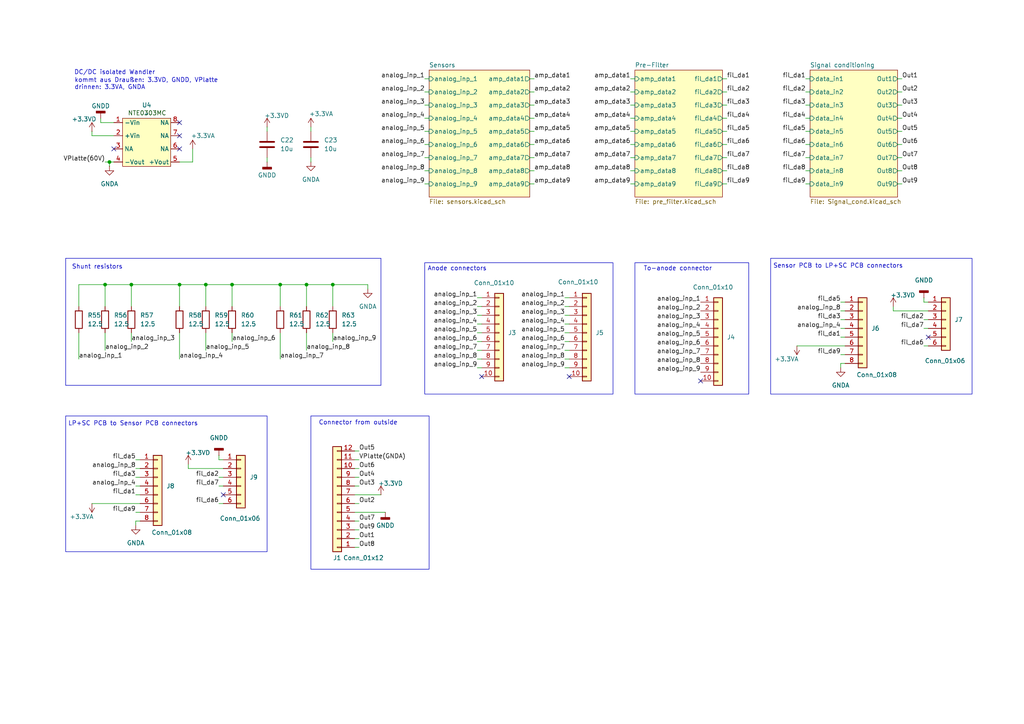
<source format=kicad_sch>
(kicad_sch (version 20231120) (generator "eeschema") (generator_version "8.0")
  (paper "A4")
  (lib_symbols
    (symbol "+3.3V_1" (power) (pin_numbers hide) (pin_names (offset 0) hide)
      (property "Value" "+3.3V" (at 0 3.556 0))
      (symbol "+3.3V_1_0_1"
        (polyline (pts (xy -0.762 1.27) (xy 0 2.54)))
        (polyline (pts (xy 0 0) (xy 0 2.54)))
        (polyline (pts (xy 0 2.54) (xy 0.762 1.27)))
      )
      (symbol "+3.3V_1_1_1"
        (pin power_in line (at 0 0 90) (length 0) (name "~") (number "1"))
      )
    )
    (symbol "Connector_Generic:Conn_01x06" (pin_names (offset 1.016) hide)
      (property "Reference" "J" (at 0 7.62 0))
      (property "Value" "Conn_01x06" (at 0 -10.16 0))
      (symbol "Conn_01x06_1_1"
        (rectangle (start -1.27 -7.493) (end 0 -7.747) (stroke (width 0.1524)))
        (rectangle (start -1.27 -4.953) (end 0 -5.207) (stroke (width 0.1524)))
        (rectangle (start -1.27 -2.413) (end 0 -2.667) (stroke (width 0.1524)))
        (rectangle (start -1.27 0.127) (end 0 -0.127) (stroke (width 0.1524)))
        (rectangle (start -1.27 2.667) (end 0 2.413) (stroke (width 0.1524)))
        (rectangle (start -1.27 5.207) (end 0 4.953) (stroke (width 0.1524)))
        (rectangle (start -1.27 6.35) (end 1.27 -8.89) (stroke (width 0.254)) (fill (type background)))
        (pin passive line (at -5.08 5.08 0) (length 3.81) (name "Pin_1") (number "1"))
        (pin passive line (at -5.08 2.54 0) (length 3.81) (name "Pin_2") (number "2"))
        (pin passive line (at -5.08 0 0) (length 3.81) (name "Pin_3") (number "3"))
        (pin passive line (at -5.08 -2.54 0) (length 3.81) (name "Pin_4") (number "4"))
        (pin passive line (at -5.08 -5.08 0) (length 3.81) (name "Pin_5") (number "5"))
        (pin passive line (at -5.08 -7.62 0) (length 3.81) (name "Pin_6") (number "6"))
      )
    )
    (symbol "Connector_Generic:Conn_01x08" (pin_names (offset 1.016) hide)
      (property "Reference" "J" (at 0 10.16 0))
      (property "Value" "Conn_01x08" (at 0 -12.7 0))
      (symbol "Conn_01x08_1_1"
        (rectangle (start -1.27 -10.033) (end 0 -10.287) (stroke (width 0.1524)))
        (rectangle (start -1.27 -7.493) (end 0 -7.747) (stroke (width 0.1524)))
        (rectangle (start -1.27 -4.953) (end 0 -5.207) (stroke (width 0.1524)))
        (rectangle (start -1.27 -2.413) (end 0 -2.667) (stroke (width 0.1524)))
        (rectangle (start -1.27 0.127) (end 0 -0.127) (stroke (width 0.1524)))
        (rectangle (start -1.27 2.667) (end 0 2.413) (stroke (width 0.1524)))
        (rectangle (start -1.27 5.207) (end 0 4.953) (stroke (width 0.1524)))
        (rectangle (start -1.27 7.747) (end 0 7.493) (stroke (width 0.1524)))
        (rectangle (start -1.27 8.89) (end 1.27 -11.43) (stroke (width 0.254)) (fill (type background)))
        (pin passive line (at -5.08 7.62 0) (length 3.81) (name "Pin_1") (number "1"))
        (pin passive line (at -5.08 5.08 0) (length 3.81) (name "Pin_2") (number "2"))
        (pin passive line (at -5.08 2.54 0) (length 3.81) (name "Pin_3") (number "3"))
        (pin passive line (at -5.08 0 0) (length 3.81) (name "Pin_4") (number "4"))
        (pin passive line (at -5.08 -2.54 0) (length 3.81) (name "Pin_5") (number "5"))
        (pin passive line (at -5.08 -5.08 0) (length 3.81) (name "Pin_6") (number "6"))
        (pin passive line (at -5.08 -7.62 0) (length 3.81) (name "Pin_7") (number "7"))
        (pin passive line (at -5.08 -10.16 0) (length 3.81) (name "Pin_8") (number "8"))
      )
    )
    (symbol "Connector_Generic:Conn_01x10" (pin_names (offset 1.016) hide)
      (property "Reference" "J" (at 0 12.7 0))
      (property "Value" "Conn_01x10" (at 0 -15.24 0))
      (symbol "Conn_01x10_1_1"
        (rectangle (start -1.27 -12.573) (end 0 -12.827) (stroke (width 0.1524)))
        (rectangle (start -1.27 -10.033) (end 0 -10.287) (stroke (width 0.1524)))
        (rectangle (start -1.27 -7.493) (end 0 -7.747) (stroke (width 0.1524)))
        (rectangle (start -1.27 -4.953) (end 0 -5.207) (stroke (width 0.1524)))
        (rectangle (start -1.27 -2.413) (end 0 -2.667) (stroke (width 0.1524)))
        (rectangle (start -1.27 0.127) (end 0 -0.127) (stroke (width 0.1524)))
        (rectangle (start -1.27 2.667) (end 0 2.413) (stroke (width 0.1524)))
        (rectangle (start -1.27 5.207) (end 0 4.953) (stroke (width 0.1524)))
        (rectangle (start -1.27 7.747) (end 0 7.493) (stroke (width 0.1524)))
        (rectangle (start -1.27 10.287) (end 0 10.033) (stroke (width 0.1524)))
        (rectangle (start -1.27 11.43) (end 1.27 -13.97) (stroke (width 0.254)) (fill (type background)))
        (pin passive line (at -5.08 10.16 0) (length 3.81) (name "Pin_1") (number "1"))
        (pin passive line (at -5.08 -12.7 0) (length 3.81) (name "Pin_10") (number "10"))
        (pin passive line (at -5.08 7.62 0) (length 3.81) (name "Pin_2") (number "2"))
        (pin passive line (at -5.08 5.08 0) (length 3.81) (name "Pin_3") (number "3"))
        (pin passive line (at -5.08 2.54 0) (length 3.81) (name "Pin_4") (number "4"))
        (pin passive line (at -5.08 0 0) (length 3.81) (name "Pin_5") (number "5"))
        (pin passive line (at -5.08 -2.54 0) (length 3.81) (name "Pin_6") (number "6"))
        (pin passive line (at -5.08 -5.08 0) (length 3.81) (name "Pin_7") (number "7"))
        (pin passive line (at -5.08 -7.62 0) (length 3.81) (name "Pin_8") (number "8"))
        (pin passive line (at -5.08 -10.16 0) (length 3.81) (name "Pin_9") (number "9"))
      )
    )
    (symbol "Connector_Generic:Conn_01x12" (pin_names (offset 1.016) hide)
      (property "Reference" "J" (at 0 15.24 0))
      (property "Value" "Conn_01x12" (at 0 -17.78 0))
      (symbol "Conn_01x12_1_1"
        (rectangle (start -1.27 -15.113) (end 0 -15.367) (stroke (width 0.1524)))
        (rectangle (start -1.27 -12.573) (end 0 -12.827) (stroke (width 0.1524)))
        (rectangle (start -1.27 -10.033) (end 0 -10.287) (stroke (width 0.1524)))
        (rectangle (start -1.27 -7.493) (end 0 -7.747) (stroke (width 0.1524)))
        (rectangle (start -1.27 -4.953) (end 0 -5.207) (stroke (width 0.1524)))
        (rectangle (start -1.27 -2.413) (end 0 -2.667) (stroke (width 0.1524)))
        (rectangle (start -1.27 0.127) (end 0 -0.127) (stroke (width 0.1524)))
        (rectangle (start -1.27 2.667) (end 0 2.413) (stroke (width 0.1524)))
        (rectangle (start -1.27 5.207) (end 0 4.953) (stroke (width 0.1524)))
        (rectangle (start -1.27 7.747) (end 0 7.493) (stroke (width 0.1524)))
        (rectangle (start -1.27 10.287) (end 0 10.033) (stroke (width 0.1524)))
        (rectangle (start -1.27 12.827) (end 0 12.573) (stroke (width 0.1524)))
        (rectangle (start -1.27 13.97) (end 1.27 -16.51) (stroke (width 0.254)) (fill (type background)))
        (pin passive line (at -5.08 12.7 0) (length 3.81) (name "Pin_1") (number "1"))
        (pin passive line (at -5.08 -10.16 0) (length 3.81) (name "Pin_10") (number "10"))
        (pin passive line (at -5.08 -12.7 0) (length 3.81) (name "Pin_11") (number "11"))
        (pin passive line (at -5.08 -15.24 0) (length 3.81) (name "Pin_12") (number "12"))
        (pin passive line (at -5.08 10.16 0) (length 3.81) (name "Pin_2") (number "2"))
        (pin passive line (at -5.08 7.62 0) (length 3.81) (name "Pin_3") (number "3"))
        (pin passive line (at -5.08 5.08 0) (length 3.81) (name "Pin_4") (number "4"))
        (pin passive line (at -5.08 2.54 0) (length 3.81) (name "Pin_5") (number "5"))
        (pin passive line (at -5.08 0 0) (length 3.81) (name "Pin_6") (number "6"))
        (pin passive line (at -5.08 -2.54 0) (length 3.81) (name "Pin_7") (number "7"))
        (pin passive line (at -5.08 -5.08 0) (length 3.81) (name "Pin_8") (number "8"))
        (pin passive line (at -5.08 -7.62 0) (length 3.81) (name "Pin_9") (number "9"))
      )
    )
    (symbol "Device:C" (pin_numbers hide) (pin_names (offset 0.254))
      (property "Reference" "C" (at 0.635 2.54 0))
      (property "Value" "C" (at 0.635 -2.54 0))
      (symbol "C_0_1"
        (polyline (pts (xy -2.032 -0.762) (xy 2.032 -0.762)) (stroke (width 0.508)))
        (polyline (pts (xy -2.032 0.762) (xy 2.032 0.762)) (stroke (width 0.508)))
      )
      (symbol "C_1_1"
        (pin passive line (at 0 3.81 270) (length 2.794) (name "~") (number "1"))
        (pin passive line (at 0 -3.81 90) (length 2.794) (name "~") (number "2"))
      )
    )
    (symbol "Device:R" (pin_numbers hide) (pin_names (offset 0))
      (property "Reference" "R" (at 2.032 0 90))
      (property "Value" "R" (at 0 0 90))
      (symbol "R_0_1"
        (rectangle (start -1.016 -2.54) (end 1.016 2.54) (stroke (width 0.254)))
      )
      (symbol "R_1_1"
        (pin passive line (at 0 3.81 270) (length 1.27) (name "~") (number "1"))
        (pin passive line (at 0 -3.81 90) (length 1.27) (name "~") (number "2"))
      )
    )
    (symbol "NTE0303MC:NTE0303MC"
      (property "Reference" "U1" (at 0.635 2.54 0))
      (property "Value" "~" (at 0.635 0 0))
      (symbol "NTE0303MC_1_1"
        (rectangle (start -6.35 -1.27) (end 7.62 -15.24) (fill (type background)))
        (pin input line (at -8.89 -2.54 0) (length 2.54) (name "-Vin") (number "1"))
        (pin input line (at -8.89 -6.35 0) (length 2.54) (name "+Vin") (number "2"))
        (pin free line (at -8.89 -10.16 0) (length 2.54) (name "NA") (number "3"))
        (pin output line (at -8.89 -13.97 0) (length 2.54) (name "-Vout") (number "4"))
        (pin output line (at 10.16 -13.97 180) (length 2.54) (name "+Vout") (number "5"))
        (pin free line (at 10.16 -10.16 180) (length 2.54) (name "NA") (number "6"))
        (pin free line (at 10.16 -6.35 180) (length 2.54) (name "NA") (number "7"))
        (pin free line (at 10.16 -2.54 180) (length 2.54) (name "NA") (number "8"))
      )
    )
    (symbol "power:+3.3V" (power) (pin_names (offset 0))
      (property "Value" "+3.3V" (at 0 3.556 0))
      (symbol "+3.3V_0_1"
        (polyline (pts (xy -0.762 1.27) (xy 0 2.54)))
        (polyline (pts (xy 0 0) (xy 0 2.54)))
        (polyline (pts (xy 0 2.54) (xy 0.762 1.27)))
      )
      (symbol "+3.3V_1_1"
        (pin power_in line (at 0 0 90) (length 0) hide (name "+3.3V") (number "1"))
      )
    )
    (symbol "power:GNDA" (power) (pin_numbers hide) (pin_names (offset 0) hide)
      (property "Value" "GNDA" (at 0 -3.81 0))
      (symbol "GNDA_0_1"
        (polyline (pts (xy 0 0) (xy 0 -1.27) (xy 1.27 -1.27) (xy 0 -2.54) (xy -1.27 -1.27) (xy 0 -1.27)))
      )
      (symbol "GNDA_1_1"
        (pin power_in line (at 0 0 270) (length 0) (name "~") (number "1"))
      )
    )
    (symbol "power:GNDD" (power) (pin_numbers hide) (pin_names (offset 0) hide)
      (property "Value" "GNDD" (at 0 -3.175 0))
      (symbol "GNDD_0_1"
        (rectangle (start -1.27 -1.524) (end 1.27 -2.032) (stroke (width 0.254)) (fill (type outline)))
        (polyline (pts (xy 0 0) (xy 0 -1.524)))
      )
      (symbol "GNDD_1_1"
        (pin power_in line (at 0 0 270) (length 0) (name "~") (number "1"))
      )
    )
  )
  (junction (at 31.75 46.99))
  (junction (at 96.52 82.55))
  (junction (at 52.07 82.55))
  (junction (at 88.9 82.55))
  (junction (at 59.69 82.55))
  (junction (at 30.48 82.55))
  (junction (at 81.28 82.55))
  (junction (at 38.1 82.55))
  (junction (at 67.31 82.55))
  (no_connect (at 269.24 97.79))
  (no_connect (at 33.02 43.18))
  (no_connect (at 52.07 43.18))
  (no_connect (at 52.07 39.37))
  (no_connect (at 64.77 143.51))
  (no_connect (at 52.07 35.56))
  (no_connect (at 139.7 109.22))
  (no_connect (at 203.2 110.49))
  (no_connect (at 165.1 109.22))
  (wire (pts (xy 30.48 96.52) (xy 30.48 101.6)))
  (wire (pts (xy 81.28 82.55) (xy 81.28 88.9)))
  (wire (pts (xy 52.07 82.55) (xy 59.69 82.55)))
  (wire (pts (xy 38.1 96.52) (xy 38.1 99.06)))
  (wire (pts (xy 96.52 82.55) (xy 96.52 88.9)))
  (wire (pts (xy 209.55 53.34) (xy 210.82 53.34)))
  (wire (pts (xy 153.67 38.1) (xy 154.94 38.1)))
  (wire (pts (xy 63.5 140.97) (xy 64.77 140.97)))
  (wire (pts (xy 123.19 38.1) (xy 124.46 38.1)))
  (wire (pts (xy 88.9 82.55) (xy 88.9 88.9)))
  (wire (pts (xy 233.68 30.48) (xy 234.95 30.48)))
  (wire (pts (xy 233.68 22.86) (xy 234.95 22.86)))
  (wire (pts (xy 54.61 135.89) (xy 54.61 134.62)))
  (wire (pts (xy 269.24 90.17) (xy 259.08 90.17)))
  (wire (pts (xy 138.43 96.52) (xy 139.7 96.52)))
  (wire (pts (xy 39.37 151.13) (xy 40.64 151.13)))
  (wire (pts (xy 209.55 26.67) (xy 210.82 26.67)))
  (polyline (pts (xy 19.05 74.93) (xy 19.05 111.76)))
  (wire (pts (xy 243.84 87.63) (xy 245.11 87.63)))
  (wire (pts (xy 31.75 48.26) (xy 31.75 46.99)))
  (wire (pts (xy 102.87 146.05) (xy 104.14 146.05)))
  (wire (pts (xy 64.77 135.89) (xy 54.61 135.89)))
  (wire (pts (xy 59.69 82.55) (xy 67.31 82.55)))
  (wire (pts (xy 233.68 34.29) (xy 234.95 34.29)))
  (wire (pts (xy 123.19 53.34) (xy 124.46 53.34)))
  (polyline (pts (xy 110.49 74.93) (xy 110.49 111.76)))
  (wire (pts (xy 52.07 96.52) (xy 52.07 104.14)))
  (wire (pts (xy 233.68 41.91) (xy 234.95 41.91)))
  (wire (pts (xy 59.69 96.52) (xy 59.69 101.6)))
  (wire (pts (xy 182.88 26.67) (xy 184.15 26.67)))
  (wire (pts (xy 67.31 82.55) (xy 67.31 88.9)))
  (wire (pts (xy 30.48 82.55) (xy 38.1 82.55)))
  (wire (pts (xy 233.68 49.53) (xy 234.95 49.53)))
  (wire (pts (xy 267.97 87.63) (xy 267.97 86.36)))
  (wire (pts (xy 102.87 158.75) (xy 104.14 158.75)))
  (wire (pts (xy 163.83 106.68) (xy 165.1 106.68)))
  (wire (pts (xy 63.5 138.43) (xy 64.77 138.43)))
  (wire (pts (xy 77.47 45.72) (xy 77.47 46.99)))
  (wire (pts (xy 102.87 133.35) (xy 104.14 133.35)))
  (wire (pts (xy 102.87 148.59) (xy 111.76 148.59)))
  (wire (pts (xy 123.19 34.29) (xy 124.46 34.29)))
  (wire (pts (xy 209.55 34.29) (xy 210.82 34.29)))
  (wire (pts (xy 153.67 26.67) (xy 154.94 26.67)))
  (wire (pts (xy 243.84 102.87) (xy 245.11 102.87)))
  (wire (pts (xy 67.31 96.52) (xy 67.31 99.06)))
  (wire (pts (xy 26.67 39.37) (xy 26.67 38.1)))
  (wire (pts (xy 163.83 99.06) (xy 165.1 99.06)))
  (wire (pts (xy 243.84 105.41) (xy 245.11 105.41)))
  (wire (pts (xy 138.43 106.68) (xy 139.7 106.68)))
  (wire (pts (xy 102.87 135.89) (xy 104.14 135.89)))
  (wire (pts (xy 39.37 133.35) (xy 40.64 133.35)))
  (polyline (pts (xy 19.05 74.93) (xy 110.49 74.93)))
  (wire (pts (xy 96.52 82.55) (xy 106.68 82.55)))
  (wire (pts (xy 81.28 82.55) (xy 88.9 82.55)))
  (wire (pts (xy 38.1 82.55) (xy 38.1 88.9)))
  (wire (pts (xy 182.88 49.53) (xy 184.15 49.53)))
  (wire (pts (xy 243.84 90.17) (xy 245.11 90.17)))
  (wire (pts (xy 163.83 86.36) (xy 165.1 86.36)))
  (wire (pts (xy 102.87 143.51) (xy 110.49 143.51)))
  (wire (pts (xy 153.67 22.86) (xy 154.94 22.86)))
  (wire (pts (xy 55.88 46.99) (xy 52.07 46.99)))
  (wire (pts (xy 182.88 34.29) (xy 184.15 34.29)))
  (wire (pts (xy 163.83 96.52) (xy 165.1 96.52)))
  (wire (pts (xy 138.43 93.98) (xy 139.7 93.98)))
  (wire (pts (xy 39.37 151.13) (xy 39.37 152.4)))
  (wire (pts (xy 209.55 49.53) (xy 210.82 49.53)))
  (wire (pts (xy 102.87 140.97) (xy 104.14 140.97)))
  (wire (pts (xy 39.37 135.89) (xy 40.64 135.89)))
  (wire (pts (xy 182.88 53.34) (xy 184.15 53.34)))
  (wire (pts (xy 90.17 36.83) (xy 90.17 38.1)))
  (wire (pts (xy 88.9 96.52) (xy 88.9 101.6)))
  (wire (pts (xy 153.67 49.53) (xy 154.94 49.53)))
  (wire (pts (xy 182.88 22.86) (xy 184.15 22.86)))
  (wire (pts (xy 96.52 96.52) (xy 96.52 99.06)))
  (wire (pts (xy 269.24 87.63) (xy 267.97 87.63)))
  (wire (pts (xy 39.37 140.97) (xy 40.64 140.97)))
  (wire (pts (xy 163.83 91.44) (xy 165.1 91.44)))
  (wire (pts (xy 260.35 53.34) (xy 261.62 53.34)))
  (wire (pts (xy 260.35 38.1) (xy 261.62 38.1)))
  (wire (pts (xy 163.83 104.14) (xy 165.1 104.14)))
  (wire (pts (xy 243.84 97.79) (xy 245.11 97.79)))
  (wire (pts (xy 163.83 101.6) (xy 165.1 101.6)))
  (wire (pts (xy 260.35 30.48) (xy 261.62 30.48)))
  (wire (pts (xy 153.67 53.34) (xy 154.94 53.34)))
  (wire (pts (xy 22.86 82.55) (xy 22.86 88.9)))
  (wire (pts (xy 102.87 151.13) (xy 104.14 151.13)))
  (wire (pts (xy 267.97 100.33) (xy 269.24 100.33)))
  (wire (pts (xy 52.07 82.55) (xy 52.07 88.9)))
  (wire (pts (xy 209.55 45.72) (xy 210.82 45.72)))
  (wire (pts (xy 233.68 38.1) (xy 234.95 38.1)))
  (wire (pts (xy 260.35 34.29) (xy 261.62 34.29)))
  (wire (pts (xy 209.55 38.1) (xy 210.82 38.1)))
  (wire (pts (xy 22.86 82.55) (xy 30.48 82.55)))
  (wire (pts (xy 260.35 26.67) (xy 261.62 26.67)))
  (wire (pts (xy 63.5 133.35) (xy 63.5 132.08)))
  (wire (pts (xy 123.19 45.72) (xy 124.46 45.72)))
  (wire (pts (xy 30.48 46.99) (xy 31.75 46.99)))
  (wire (pts (xy 163.83 93.98) (xy 165.1 93.98)))
  (wire (pts (xy 55.88 43.18) (xy 55.88 46.99)))
  (wire (pts (xy 106.68 83.82) (xy 106.68 82.55)))
  (wire (pts (xy 153.67 45.72) (xy 154.94 45.72)))
  (wire (pts (xy 102.87 156.21) (xy 104.14 156.21)))
  (wire (pts (xy 29.21 35.56) (xy 29.21 34.29)))
  (wire (pts (xy 123.19 26.67) (xy 124.46 26.67)))
  (wire (pts (xy 209.55 22.86) (xy 210.82 22.86)))
  (wire (pts (xy 182.88 38.1) (xy 184.15 38.1)))
  (wire (pts (xy 138.43 101.6) (xy 139.7 101.6)))
  (wire (pts (xy 233.68 45.72) (xy 234.95 45.72)))
  (wire (pts (xy 88.9 82.55) (xy 96.52 82.55)))
  (wire (pts (xy 209.55 30.48) (xy 210.82 30.48)))
  (wire (pts (xy 233.68 26.67) (xy 234.95 26.67)))
  (wire (pts (xy 38.1 82.55) (xy 52.07 82.55)))
  (wire (pts (xy 39.37 148.59) (xy 40.64 148.59)))
  (wire (pts (xy 64.77 133.35) (xy 63.5 133.35)))
  (wire (pts (xy 260.35 49.53) (xy 261.62 49.53)))
  (polyline (pts (xy 110.49 111.76) (xy 19.05 111.76)))
  (wire (pts (xy 138.43 88.9) (xy 139.7 88.9)))
  (wire (pts (xy 39.37 138.43) (xy 40.64 138.43)))
  (wire (pts (xy 63.5 146.05) (xy 64.77 146.05)))
  (wire (pts (xy 182.88 30.48) (xy 184.15 30.48)))
  (wire (pts (xy 138.43 104.14) (xy 139.7 104.14)))
  (wire (pts (xy 243.84 92.71) (xy 245.11 92.71)))
  (wire (pts (xy 30.48 82.55) (xy 30.48 88.9)))
  (wire (pts (xy 33.02 39.37) (xy 26.67 39.37)))
  (wire (pts (xy 123.19 41.91) (xy 124.46 41.91)))
  (wire (pts (xy 209.55 41.91) (xy 210.82 41.91)))
  (wire (pts (xy 260.35 45.72) (xy 261.62 45.72)))
  (wire (pts (xy 123.19 30.48) (xy 124.46 30.48)))
  (wire (pts (xy 123.19 22.86) (xy 124.46 22.86)))
  (wire (pts (xy 138.43 86.36) (xy 139.7 86.36)))
  (wire (pts (xy 31.75 46.99) (xy 33.02 46.99)))
  (wire (pts (xy 39.37 143.51) (xy 40.64 143.51)))
  (wire (pts (xy 102.87 130.81) (xy 104.14 130.81)))
  (wire (pts (xy 22.86 96.52) (xy 22.86 104.14)))
  (wire (pts (xy 59.69 82.55) (xy 59.69 88.9)))
  (wire (pts (xy 267.97 95.25) (xy 269.24 95.25)))
  (wire (pts (xy 231.14 100.33) (xy 245.11 100.33)))
  (wire (pts (xy 102.87 138.43) (xy 104.14 138.43)))
  (wire (pts (xy 259.08 90.17) (xy 259.08 88.9)))
  (wire (pts (xy 81.28 96.52) (xy 81.28 104.14)))
  (wire (pts (xy 90.17 45.72) (xy 90.17 46.99)))
  (wire (pts (xy 153.67 34.29) (xy 154.94 34.29)))
  (wire (pts (xy 123.19 49.53) (xy 124.46 49.53)))
  (wire (pts (xy 260.35 41.91) (xy 261.62 41.91)))
  (wire (pts (xy 182.88 45.72) (xy 184.15 45.72)))
  (wire (pts (xy 138.43 91.44) (xy 139.7 91.44)))
  (wire (pts (xy 267.97 92.71) (xy 269.24 92.71)))
  (wire (pts (xy 243.84 105.41) (xy 243.84 106.68)))
  (wire (pts (xy 33.02 35.56) (xy 29.21 35.56)))
  (wire (pts (xy 153.67 30.48) (xy 154.94 30.48)))
  (wire (pts (xy 153.67 41.91) (xy 154.94 41.91)))
  (wire (pts (xy 163.83 88.9) (xy 165.1 88.9)))
  (wire (pts (xy 260.35 22.86) (xy 261.62 22.86)))
  (wire (pts (xy 182.88 41.91) (xy 184.15 41.91)))
  (wire (pts (xy 243.84 95.25) (xy 245.11 95.25)))
  (wire (pts (xy 233.68 53.34) (xy 234.95 53.34)))
  (wire (pts (xy 77.47 36.83) (xy 77.47 38.1)))
  (wire (pts (xy 67.31 82.55) (xy 81.28 82.55)))
  (wire (pts (xy 138.43 99.06) (xy 139.7 99.06)))
  (wire (pts (xy 26.67 146.05) (xy 40.64 146.05)))
  (wire (pts (xy 102.87 153.67) (xy 104.14 153.67)))
  (rectangle (start 90.17 120.65) (end 124.46 165.1))
  (rectangle (start 19.05 120.65) (end 77.47 160.02))
  (rectangle (start 184.15 76.2) (end 217.17 114.3))
  (rectangle (start 123.19 76.2) (end 177.8 114.3))
  (rectangle (start 223.52 74.93) (end 281.94 114.3))
  (text "Anode connectors" (at 132.588 77.978 0) (effects (font (size 1.27 1.27))))
  (text "kommt aus Draußen: 3.3VD, GNDD, VPlatte\ndrinnen: 3.3VA, GNDA" (at 21.59 24.384 0) (effects (font (size 1.27 1.27)) (justify left)))
  (text "Shunt resistors" (at 20.828 78.232 0) (effects (font (size 1.27 1.27)) (justify left bottom)))
  (text "To-anode connector" (at 196.596 77.978 0) (effects (font (size 1.27 1.27))))
  (text "Sensor PCB to LP+SC PCB connectors" (at 243.078 77.216 0) (effects (font (size 1.27 1.27))))
  (text "LP+SC PCB to Sensor PCB connectors" (at 38.608 122.936 0) (effects (font (size 1.27 1.27))))
  (text "DC/DC isolated Wandler" (at 33.274 21.082 0) (effects (font (size 1.27 1.27))))
  (text "Connector from outside" (at 103.886 122.682 0) (effects (font (size 1.27 1.27))))
  (text "NTE0303MC" (at 42.672 33.02 0) (effects (font (size 1.27 1.27))))
  (label "analog_inp_6" (at 163.83 99.06 180))
  (label "analog_inp_3" (at 123.19 30.48 180))
  (label "analog_inp_9" (at 203.2 107.95 180))
  (label "amp_data7" (at 154.94 45.72 0))
  (label "fil_da5" (at 39.37 133.35 180))
  (label "Out3" (at 261.62 30.48 0))
  (label "analog_inp_8" (at 88.9 101.6 0))
  (label "analog_inp_2" (at 163.83 88.9 180))
  (label "analog_inp_6" (at 203.2 100.33 180))
  (label "amp_data4" (at 154.94 34.29 0))
  (label "Out9" (at 104.14 153.67 0))
  (label "Out4" (at 104.14 138.43 0))
  (label "fil_da1" (at 233.68 22.86 180))
  (label "amp_data8" (at 182.88 49.53 180))
  (label "fil_da3" (at 210.82 30.48 0))
  (label "amp_data3" (at 154.94 30.48 0))
  (label "fil_da1" (at 243.84 97.79 180))
  (label "amp_data8" (at 154.94 49.53 0))
  (label "analog_inp_4" (at 203.2 95.25 180))
  (label "fil_da9" (at 39.37 148.59 180))
  (label "fil_da7" (at 210.82 45.72 0))
  (label "VPlatte(60V)" (at 30.48 46.99 180))
  (label "fil_da4" (at 233.68 34.29 180))
  (label "amp_data4" (at 182.88 34.29 180))
  (label "amp_data2" (at 182.88 26.67 180))
  (label "analog_inp_4" (at 39.37 140.97 180))
  (label "analog_inp_9" (at 138.43 106.68 180))
  (label "analog_inp_8" (at 163.83 104.14 180))
  (label "Out7" (at 104.14 151.13 0))
  (label "analog_inp_7" (at 203.2 102.87 180))
  (label "fil_da8" (at 210.82 49.53 0))
  (label "amp_data2" (at 154.94 26.67 0))
  (label "fil_da7" (at 233.68 45.72 180))
  (label "fil_da2" (at 210.82 26.67 0))
  (label "analog_inp_5" (at 123.19 38.1 180))
  (label "amp_data5" (at 154.94 38.1 0))
  (label "amp_data6" (at 154.94 41.91 0))
  (label "fil_da5" (at 243.84 87.63 180))
  (label "analog_inp_8" (at 203.2 105.41 180))
  (label "Out8" (at 104.14 158.75 0))
  (label "fil_da5" (at 233.68 38.1 180))
  (label "analog_inp_5" (at 203.2 97.79 180))
  (label "analog_inp_1" (at 203.2 87.63 180))
  (label "Out5" (at 261.62 38.1 0))
  (label "Out5" (at 104.14 130.81 0))
  (label "analog_inp_3" (at 138.43 91.44 180))
  (label "amp_data6" (at 182.88 41.91 180))
  (label "fil_da9" (at 210.82 53.34 0))
  (label "analog_inp_5" (at 138.43 96.52 180))
  (label "analog_inp_7" (at 81.28 104.14 0))
  (label "analog_inp_6" (at 123.19 41.91 180))
  (label "analog_inp_5" (at 59.69 101.6 0))
  (label "analog_inp_8" (at 243.84 90.17 180))
  (label "analog_inp_9" (at 123.19 53.34 180))
  (label "analog_inp_4" (at 123.19 34.29 180))
  (label "fil_da6" (at 233.68 41.91 180))
  (label "amp_data7" (at 182.88 45.72 180))
  (label "amp_data9" (at 182.88 53.34 180))
  (label "fil_da5" (at 210.82 38.1 0))
  (label "fil_da7" (at 63.5 140.97 180))
  (label "amp_data3" (at 182.88 30.48 180))
  (label "analog_inp_9" (at 163.83 106.68 180))
  (label "analog_inp_2" (at 138.43 88.9 180))
  (label "analog_inp_1" (at 22.86 104.14 0))
  (label "Out3" (at 104.14 140.97 0))
  (label "analog_inp_6" (at 67.31 99.06 0))
  (label "Out8" (at 261.62 49.53 0))
  (label "fil_da9" (at 233.68 53.34 180))
  (label "analog_inp_7" (at 163.83 101.6 180))
  (label "Out2" (at 104.14 146.05 0))
  (label "Out9" (at 261.62 53.34 0))
  (label "analog_inp_8" (at 39.37 135.89 180))
  (label "fil_da9" (at 243.84 102.87 180))
  (label "fil_da3" (at 39.37 138.43 180))
  (label "analog_inp_4" (at 243.84 95.25 180))
  (label "Out1" (at 261.62 22.86 0))
  (label "fil_da4" (at 210.82 34.29 0))
  (label "analog_inp_1" (at 163.83 86.36 180))
  (label "analog_inp_2" (at 123.19 26.67 180))
  (label "Out6" (at 261.62 41.91 0))
  (label "fil_da3" (at 243.84 92.71 180))
  (label "VPlatte(GNDA)" (at 104.14 133.35 0))
  (label "analog_inp_3" (at 163.83 91.44 180))
  (label "fil_da6" (at 63.5 146.05 180))
  (label "analog_inp_4" (at 138.43 93.98 180))
  (label "analog_inp_6" (at 138.43 99.06 180))
  (label "analog_inp_3" (at 203.2 92.71 180))
  (label "fil_da2" (at 233.68 26.67 180))
  (label "amp_data1" (at 154.94 22.86 0))
  (label "analog_inp_8" (at 123.19 49.53 180))
  (label "fil_da1" (at 210.82 22.86 0))
  (label "analog_inp_5" (at 163.83 96.52 180))
  (label "analog_inp_1" (at 123.19 22.86 180))
  (label "analog_inp_4" (at 52.07 104.14 0))
  (label "Out7" (at 261.62 45.72 0))
  (label "Out2" (at 261.62 26.67 0))
  (label "Out6" (at 104.14 135.89 0))
  (label "analog_inp_1" (at 138.43 86.36 180))
  (label "fil_da2" (at 267.97 92.71 180))
  (label "Out1" (at 104.14 156.21 0))
  (label "analog_inp_8" (at 138.43 104.14 180))
  (label "amp_data5" (at 182.88 38.1 180))
  (label "fil_da3" (at 233.68 30.48 180))
  (label "fil_da6" (at 267.97 100.33 180))
  (label "fil_da6" (at 210.82 41.91 0))
  (label "amp_data9" (at 154.94 53.34 0))
  (label "amp_data1" (at 182.88 22.86 180))
  (label "fil_da8" (at 233.68 49.53 180))
  (label "analog_inp_2" (at 203.2 90.17 180))
  (label "analog_inp_7" (at 123.19 45.72 180))
  (label "analog_inp_3" (at 38.1 99.06 0))
  (label "analog_inp_7" (at 138.43 101.6 180))
  (label "analog_inp_9" (at 96.52 99.06 0))
  (label "Out4" (at 261.62 34.29 0))
  (label "analog_inp_2" (at 30.48 101.6 0))
  (label "fil_da2" (at 63.5 138.43 180))
  (label "fil_da1" (at 39.37 143.51 180))
  (label "fil_da7" (at 267.97 95.25 180))
  (label "analog_inp_4" (at 163.83 93.98 180))
  (symbol (lib_id "power:+3.3V") (at 26.67 146.05 180) (unit 1)
    (property "Reference" "#PWR0101" (effects (hide yes)))
    (property "Value" "+3.3VA" (at 27.178 149.86 0) (effects (justify left)))
  )
  (symbol (lib_id "Device:R") (at 81.28 92.71 0) (unit 1)
    (property "Reference" "R61" (at 83.82 91.4399 0) (effects (justify left)))
    (property "Value" "12.5" (at 83.82 93.9799 0) (effects (justify left)))
    (property "Footprint" "Resistor_SMD:R_0603_1608Metric_Pad0.98x0.95mm_HandSolder" (effects (hide yes)))
    (property "Description" "Resistor" (effects (hide yes)))
  )
  (symbol (lib_id "Device:C") (at 77.47 41.91 180) (unit 1)
    (property "Reference" "C22" (at 81.28 40.6399 0) (effects (justify right)))
    (property "Value" "10u" (at 81.28 43.1799 0) (effects (justify right)))
    (property "Footprint" "Capacitor_SMD:C_0603_1608Metric_Pad1.08x0.95mm_HandSolder" (effects (hide yes)))
    (property "Description" "Unpolarized capacitor" (effects (hide yes)))
  )
  (symbol (lib_id "Device:R") (at 22.86 92.71 0) (unit 1)
    (property "Reference" "R55" (at 25.4 91.4399 0) (effects (justify left)))
    (property "Value" "12.5" (at 25.4 93.9799 0) (effects (justify left)))
    (property "Footprint" "Resistor_SMD:R_0603_1608Metric_Pad0.98x0.95mm_HandSolder" (effects (hide yes)))
    (property "Description" "Resistor" (effects (hide yes)))
  )
  (symbol (lib_name "+3.3V_1") (lib_id "power:+3.3V") (at 54.61 134.62 0) (unit 1)
    (property "Reference" "#PWR0103" (effects (hide yes)))
    (property "Value" "+3.3VD" (at 57.404 131.318 0))
    (property "Description" "Power symbol creates a global label with name \"+3.3V\"" (effects (hide yes)))
  )
  (symbol (lib_id "Device:R") (at 88.9 92.71 0) (unit 1)
    (property "Reference" "R62" (at 91.44 91.4399 0) (effects (justify left)))
    (property "Value" "12.5" (at 91.44 93.9799 0) (effects (justify left)))
    (property "Footprint" "Resistor_SMD:R_0603_1608Metric_Pad0.98x0.95mm_HandSolder" (effects (hide yes)))
    (property "Description" "Resistor" (effects (hide yes)))
  )
  (symbol (lib_id "power:GNDA") (at 106.68 83.82 0) (unit 1)
    (property "Reference" "#PWR096" (effects (hide yes)))
    (property "Value" "GNDA" (at 106.68 88.9 0))
  )
  (symbol (lib_id "power:GNDA") (at 243.84 106.68 0) (unit 1)
    (property "Reference" "#PWR098" (effects (hide yes)))
    (property "Value" "GNDA" (at 243.84 111.76 0))
    (property "Description" "Power symbol creates a global label with name \"GNDA\" , analog ground" (effects (hide yes)))
  )
  (symbol (lib_id "Connector_Generic:Conn_01x12") (at 97.79 146.05 180) (unit 1)
    (property "Reference" "J1" (at 97.79 161.798 0))
    (property "Value" "Conn_01x12" (at 105.41 161.798 0))
    (property "Footprint" "SHF-106-01-L-D-SM:SHF-106-01-L-D-SM" (effects (hide yes)))
    (property "Description" "Generic connector, single row, 01x12, script generated (kicad-library-utils/schlib/autogen/connector/)" (effects (hide yes)))
  )
  (symbol (lib_id "Device:R") (at 30.48 92.71 0) (unit 1)
    (property "Reference" "R56" (at 33.02 91.4399 0) (effects (justify left)))
    (property "Value" "12.5" (at 33.02 93.9799 0) (effects (justify left)))
    (property "Footprint" "Resistor_SMD:R_0603_1608Metric_Pad0.98x0.95mm_HandSolder" (effects (hide yes)))
    (property "Description" "Resistor" (effects (hide yes)))
  )
  (symbol (lib_id "Device:R") (at 96.52 92.71 0) (unit 1)
    (property "Reference" "R63" (at 99.06 91.4399 0) (effects (justify left)))
    (property "Value" "12.5" (at 99.06 93.9799 0) (effects (justify left)))
    (property "Footprint" "Resistor_SMD:R_0603_1608Metric_Pad0.98x0.95mm_HandSolder" (effects (hide yes)))
    (property "Description" "Resistor" (effects (hide yes)))
  )
  (symbol (lib_id "power:GNDD") (at 267.97 86.36 180) (unit 1)
    (property "Reference" "#PWR0100" (effects (hide yes)))
    (property "Value" "GNDD" (at 267.97 81.28 0))
    (property "Description" "Power symbol creates a global label with name \"GNDD\" , digital ground" (effects (hide yes)))
  )
  (symbol (lib_id "Device:R") (at 59.69 92.71 0) (unit 1)
    (property "Reference" "R59" (at 62.23 91.4399 0) (effects (justify left)))
    (property "Value" "12.5" (at 62.23 93.9799 0) (effects (justify left)))
    (property "Footprint" "Resistor_SMD:R_0603_1608Metric_Pad0.98x0.95mm_HandSolder" (effects (hide yes)))
    (property "Description" "Resistor" (effects (hide yes)))
  )
  (symbol (lib_id "Connector_Generic:Conn_01x06") (at 69.85 138.43 0) (unit 1)
    (property "Reference" "J9" (at 72.39 138.4299 0) (effects (justify left)))
    (property "Value" "Conn_01x06" (at 63.754 150.368 0) (effects (justify left)))
    (property "Footprint" "Connector_PinHeader_1.27mm:PinHeader_2x03_P1.27mm_Horizontal" (effects (hide yes)))
    (property "Description" "Generic connector, single row, 01x06, script generated (kicad-library-utils/schlib/autogen/connector/)" (effects (hide yes)))
  )
  (symbol (lib_id "NTE0303MC:NTE0303MC") (at 41.91 33.02 0) (unit 1)
    (property "Reference" "U4" (at 42.545 30.48 0))
    (property "Value" "~" (at 42.545 33.02 0))
    (property "Footprint" "Package_DIP:SMDIP-8_W9.53mm" (effects (hide yes)))
  )
  (symbol (lib_name "+3.3V_1") (lib_id "power:+3.3V") (at 26.67 38.1 0) (unit 1)
    (property "Reference" "#PWR046" (effects (hide yes)))
    (property "Value" "+3.3VD" (at 24.384 34.544 0))
    (property "Description" "Power symbol creates a global label with name \"+3.3V\"" (effects (hide yes)))
  )
  (symbol (lib_id "power:GNDA") (at 31.75 48.26 0) (unit 1)
    (property "Reference" "#PWR048" (effects (hide yes)))
    (property "Value" "GNDA" (at 31.75 53.34 0))
    (property "Description" "Power symbol creates a global label with name \"GNDA\" , analog ground" (effects (hide yes)))
  )
  (symbol (lib_id "power:GNDD") (at 77.47 46.99 0) (unit 1)
    (property "Reference" "#PWR051" (effects (hide yes)))
    (property "Value" "GNDD" (at 77.47 50.8 0))
    (property "Description" "Power symbol creates a global label with name \"GNDD\" , digital ground" (effects (hide yes)))
  )
  (symbol (lib_name "+3.3V_1") (lib_id "power:+3.3V") (at 110.49 143.51 0) (unit 1)
    (property "Reference" "#PWR054" (effects (hide yes)))
    (property "Value" "+3.3VD" (at 113.284 140.208 0))
    (property "Description" "Power symbol creates a global label with name \"+3.3V\"" (effects (hide yes)))
  )
  (symbol (lib_id "Connector_Generic:Conn_01x06") (at 274.32 92.71 0) (unit 1)
    (property "Reference" "J7" (at 276.86 92.7099 0) (effects (justify left)))
    (property "Value" "Conn_01x06" (at 268.224 104.648 0) (effects (justify left)))
    (property "Footprint" "Connector_PinHeader_1.27mm:PinHeader_2x03_P1.27mm_Vertical_SMD" (effects (hide yes)))
    (property "Description" "Generic connector, single row, 01x06, script generated (kicad-library-utils/schlib/autogen/connector/)" (effects (hide yes)))
  )
  (symbol (lib_id "Connector_Generic:Conn_01x10") (at 170.18 96.52 0) (unit 1)
    (property "Reference" "J5" (at 172.72 96.5199 0) (effects (justify left)))
    (property "Value" "Conn_01x10" (at 161.798 81.788 0) (effects (justify left)))
    (property "Footprint" "FLE-105-01-G-DV-K-TR:FLE-105-01-X-DV-Y-TR" (effects (hide yes)))
    (property "Description" "Generic connector, single row, 01x10, script generated (kicad-library-utils/schlib/autogen/connector/)" (effects (hide yes)))
  )
  (symbol (lib_id "power:GNDA") (at 90.17 46.99 0) (unit 1)
    (property "Reference" "#PWR053" (effects (hide yes)))
    (property "Value" "GNDA" (at 90.17 52.07 0))
    (property "Description" "Power symbol creates a global label with name \"GNDA\" , analog ground" (effects (hide yes)))
  )
  (symbol (lib_id "Connector_Generic:Conn_01x08") (at 250.19 95.25 0) (unit 1)
    (property "Reference" "J6" (at 252.73 95.2499 0) (effects (justify left)))
    (property "Value" "Conn_01x08" (at 248.412 108.712 0) (effects (justify left)))
    (property "Footprint" "Connector_PinHeader_1.27mm_modified:PinHeader_2x04_P1.27mm_Vertical_SMD" (effects (hide yes)))
    (property "Description" "Generic connector, single row, 01x08, script generated (kicad-library-utils/schlib/autogen/connector/)" (effects (hide yes)))
  )
  (symbol (lib_id "power:GNDD") (at 29.21 34.29 180) (unit 1)
    (property "Reference" "#PWR047" (effects (hide yes)))
    (property "Value" "GNDD" (at 29.21 30.734 0))
    (property "Description" "Power symbol creates a global label with name \"GNDD\" , digital ground" (effects (hide yes)))
  )
  (symbol (lib_id "power:+3.3V") (at 90.17 36.83 0) (unit 1)
    (property "Reference" "#PWR052" (effects (hide yes)))
    (property "Value" "+3.3VA" (at 89.662 33.02 0) (effects (justify left)))
  )
  (symbol (lib_name "+3.3V_1") (lib_id "power:+3.3V") (at 259.08 88.9 0) (unit 1)
    (property "Reference" "#PWR099" (effects (hide yes)))
    (property "Value" "+3.3VD" (at 261.874 85.598 0))
    (property "Description" "Power symbol creates a global label with name \"+3.3V\"" (effects (hide yes)))
  )
  (symbol (lib_id "Connector_Generic:Conn_01x08") (at 45.72 140.97 0) (unit 1)
    (property "Reference" "J8" (at 48.26 140.9699 0) (effects (justify left)))
    (property "Value" "Conn_01x08" (at 43.942 154.432 0) (effects (justify left)))
    (property "Footprint" "Connector_PinHeader_1.27mm:PinHeader_2x04_P1.27mm_Horizontal" (effects (hide yes)))
    (property "Description" "Generic connector, single row, 01x08, script generated (kicad-library-utils/schlib/autogen/connector/)" (effects (hide yes)))
  )
  (symbol (lib_id "power:GNDD") (at 111.76 148.59 0) (unit 1)
    (property "Reference" "#PWR055" (effects (hide yes)))
    (property "Value" "GNDD" (at 111.76 152.4 0))
    (property "Description" "Power symbol creates a global label with name \"GNDD\" , digital ground" (effects (hide yes)))
  )
  (symbol (lib_id "Device:R") (at 67.31 92.71 0) (unit 1)
    (property "Reference" "R60" (at 69.85 91.4399 0) (effects (justify left)))
    (property "Value" "12.5" (at 69.85 93.9799 0) (effects (justify left)))
    (property "Footprint" "Resistor_SMD:R_0603_1608Metric_Pad0.98x0.95mm_HandSolder" (effects (hide yes)))
    (property "Description" "Resistor" (effects (hide yes)))
  )
  (symbol (lib_id "power:+3.3V") (at 55.88 43.18 0) (unit 1)
    (property "Reference" "#PWR049" (effects (hide yes)))
    (property "Value" "+3.3VA" (at 55.372 39.37 0) (effects (justify left)))
  )
  (symbol (lib_id "Connector_Generic:Conn_01x10") (at 208.28 97.79 0) (unit 1)
    (property "Reference" "J4" (at 210.82 97.7899 0) (effects (justify left)))
    (property "Value" "Conn_01x10" (at 200.914 83.312 0) (effects (justify left)))
    (property "Footprint" "Samtec-FTSH-105-01-L-DV-K:FTSH-105-01-L-DV-K" (effects (hide yes)))
    (property "Description" "Generic connector, single row, 01x10, script generated (kicad-library-utils/schlib/autogen/connector/)" (effects (hide yes)))
  )
  (symbol (lib_id "power:GNDD") (at 63.5 132.08 180) (unit 1)
    (property "Reference" "#PWR0104" (effects (hide yes)))
    (property "Value" "GNDD" (at 63.5 127 0))
    (property "Description" "Power symbol creates a global label with name \"GNDD\" , digital ground" (effects (hide yes)))
  )
  (symbol (lib_id "Device:C") (at 90.17 41.91 180) (unit 1)
    (property "Reference" "C23" (at 93.98 40.6399 0) (effects (justify right)))
    (property "Value" "10u" (at 93.98 43.1799 0) (effects (justify right)))
    (property "Footprint" "Capacitor_SMD:C_0603_1608Metric_Pad1.08x0.95mm_HandSolder" (effects (hide yes)))
    (property "Description" "Unpolarized capacitor" (effects (hide yes)))
  )
  (symbol (lib_id "Connector_Generic:Conn_01x10") (at 144.78 96.52 0) (unit 1)
    (property "Reference" "J3" (at 147.32 96.5199 0) (effects (justify left)))
    (property "Value" "Conn_01x10" (at 137.414 82.042 0) (effects (justify left)))
    (property "Footprint" "FLE-105-01-G-DV-K-TR:FLE-105-01-X-DV-Y-TR" (effects (hide yes)))
    (property "Description" "Generic connector, single row, 01x10, script generated (kicad-library-utils/schlib/autogen/connector/)" (effects (hide yes)))
  )
  (symbol (lib_id "Device:R") (at 38.1 92.71 0) (unit 1)
    (property "Reference" "R57" (at 40.64 91.4399 0) (effects (justify left)))
    (property "Value" "12.5" (at 40.64 93.9799 0) (effects (justify left)))
    (property "Footprint" "Resistor_SMD:R_0603_1608Metric_Pad0.98x0.95mm_HandSolder" (effects (hide yes)))
    (property "Description" "Resistor" (effects (hide yes)))
  )
  (symbol (lib_id "Device:R") (at 52.07 92.71 0) (unit 1)
    (property "Reference" "R58" (at 54.61 91.4399 0) (effects (justify left)))
    (property "Value" "12.5" (at 54.61 93.9799 0) (effects (justify left)))
    (property "Footprint" "Resistor_SMD:R_0603_1608Metric_Pad0.98x0.95mm_HandSolder" (effects (hide yes)))
    (property "Description" "Resistor" (effects (hide yes)))
  )
  (symbol (lib_id "power:GNDA") (at 39.37 152.4 0) (unit 1)
    (property "Reference" "#PWR0102" (effects (hide yes)))
    (property "Value" "GNDA" (at 39.37 157.48 0))
    (property "Description" "Power symbol creates a global label with name \"GNDA\" , analog ground" (effects (hide yes)))
  )
  (symbol (lib_id "power:+3.3V") (at 231.14 100.33 180) (unit 1)
    (property "Reference" "#PWR097" (effects (hide yes)))
    (property "Value" "+3.3VA" (at 231.648 104.14 0) (effects (justify left)))
  )
  (symbol (lib_name "+3.3V_1") (lib_id "power:+3.3V") (at 77.47 36.83 0) (unit 1)
    (property "Reference" "#PWR050" (effects (hide yes)))
    (property "Value" "+3.3VD" (at 80.264 33.528 0))
    (property "Description" "Power symbol creates a global label with name \"+3.3V\"" (effects (hide yes)))
  )
  (sheet (at 234.95 20.32) (size 25.4 36.83) (stroke (width 0.1524)) (fill (color 255 255 194 1.0000))
    (property "Sheetname" "Signal conditioning" (at 234.95 19.6084 0) (effects (justify left bottom)))
    (property "Sheetfile" "Signal_cond.kicad_sch" (at 234.95 57.7346 0) (effects (justify left top)))
    (pin "data_in1" input (at 234.95 22.86 180))
    (pin "data_in9" input (at 234.95 53.34 180))
    (pin "data_in8" input (at 234.95 49.53 180))
    (pin "data_in7" input (at 234.95 45.72 180))
    (pin "data_in5" input (at 234.95 38.1 180))
    (pin "data_in4" input (at 234.95 34.29 180))
    (pin "data_in3" input (at 234.95 30.48 180))
    (pin "data_in2" input (at 234.95 26.67 180))
    (pin "data_in6" input (at 234.95 41.91 180))
    (pin "Out1" output (at 260.35 22.86 0))
    (pin "Out2" output (at 260.35 26.67 0))
    (pin "Out8" output (at 260.35 49.53 0))
    (pin "Out7" output (at 260.35 45.72 0))
    (pin "Out9" output (at 260.35 53.34 0))
    (pin "Out5" output (at 260.35 38.1 0))
    (pin "Out6" output (at 260.35 41.91 0))
    (pin "Out3" output (at 260.35 30.48 0))
    (pin "Out4" output (at 260.35 34.29 0))
  )
  (sheet (at 184.15 20.32) (size 25.4 36.83) (stroke (width 0.1524)) (fill (color 255 255 194 1.0000))
    (property "Sheetname" "Pre-Filter" (at 184.15 19.6084 0) (effects (justify left bottom)))
    (property "Sheetfile" "pre_filter.kicad_sch" (at 184.15 57.7346 0) (effects (justify left top)))
    (pin "amp_data1" input (at 184.15 22.86 180))
    (pin "amp_data2" input (at 184.15 26.67 180))
    (pin "amp_data3" input (at 184.15 30.48 180))
    (pin "fil_da2" output (at 209.55 26.67 0))
    (pin "fil_da3" output (at 209.55 30.48 0))
    (pin "fil_da1" output (at 209.55 22.86 0))
    (pin "amp_data7" input (at 184.15 45.72 180))
    (pin "amp_data5" input (at 184.15 38.1 180))
    (pin "amp_data4" input (at 184.15 34.29 180))
    (pin "amp_data6" input (at 184.15 41.91 180))
    (pin "amp_data8" input (at 184.15 49.53 180))
    (pin "amp_data9" input (at 184.15 53.34 180))
    (pin "fil_da5" output (at 209.55 38.1 0))
    (pin "fil_da4" output (at 209.55 34.29 0))
    (pin "fil_da6" output (at 209.55 41.91 0))
    (pin "fil_da9" output (at 209.55 53.34 0))
    (pin "fil_da7" output (at 209.55 45.72 0))
    (pin "fil_da8" output (at 209.55 49.53 0))
  )
  (sheet (at 124.46 20.32) (size 29.21 36.83) (stroke (width 0.1524)) (fill (color 255 255 194 1.0000))
    (property "Sheetname" "Sensors" (at 124.46 19.6084 0) (effects (justify left bottom)))
    (property "Sheetfile" "sensors.kicad_sch" (at 124.46 57.7346 0) (effects (justify left top)))
    (pin "analog_inp_2" input (at 124.46 26.67 180))
    (pin "analog_inp_1" input (at 124.46 22.86 180))
    (pin "analog_inp_3" input (at 124.46 30.48 180))
    (pin "analog_inp_4" input (at 124.46 34.29 180))
    (pin "analog_inp_6" input (at 124.46 41.91 180))
    (pin "analog_inp_5" input (at 124.46 38.1 180))
    (pin "analog_inp_7" input (at 124.46 45.72 180))
    (pin "analog_inp_8" input (at 124.46 49.53 180))
    (pin "analog_inp_9" input (at 124.46 53.34 180))
    (pin "amp_data8" output (at 153.67 49.53 0))
    (pin "amp_data5" output (at 153.67 38.1 0))
    (pin "amp_data6" output (at 153.67 41.91 0))
    (pin "amp_data7" output (at 153.67 45.72 0))
    (pin "amp_data9" output (at 153.67 53.34 0))
    (pin "amp_data1" output (at 153.67 22.86 0))
    (pin "amp_data2" output (at 153.67 26.67 0))
    (pin "amp_data3" output (at 153.67 30.48 0))
    (pin "amp_data4" output (at 153.67 34.29 0))
  )
)
</source>
